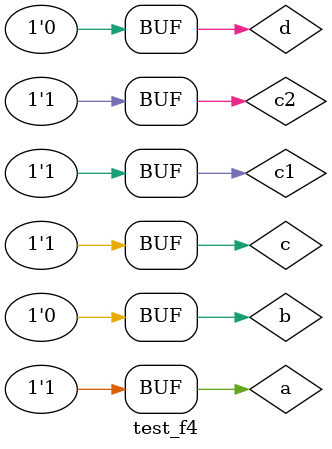
<source format=v>
module f4 (output s, input a, input b, input c, input d, input c1, input c2);  
assign s = ((a & ~c1 & ~c2) | (b & ~c1 & c2) | (c & c1 & ~c2) | (d & c1 & c2));
endmodule // f4 
module test_f4; 
// ------------------------- definir dados 
reg a; 
reg b;
reg c;
reg d; 
reg c1;
reg c2;
wire s; 
f4 modulo1 (s, a, b, c, d, c1, c2); 
// ------------------------- parte principal 
initial begin 
$display("Exemplo0031 - Guilherme Moreira Nunes - 408947"); 
$display("Test LU's module"); 
a = 1; b = 1; c = 0; d = 1; c1 = 0; c2 = 0;
$display("S0 S1 S2 S3 |C1 C2| S");
$monitor("%b  %b  %b  %b  |%b   %b|  %b", a, b, c, d, c1, c2, s);
#1 a = 1; b = 0; c = 0; d = 1; c1 = 0; c2 = 1;
#1 a = 1; b = 0; c = 1; d = 0; c1 = 1; c2 = 0;
#1 a = 1; b = 0; c = 1; d = 0; c1 = 1; c2 = 1;
end 
endmodule // test_f4 
</source>
